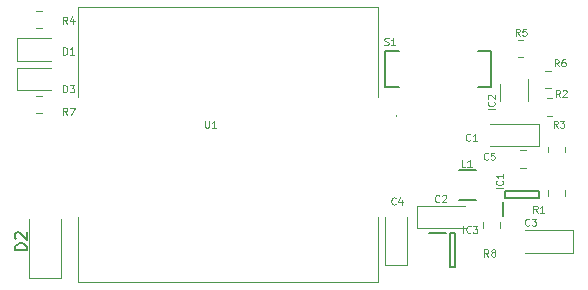
<source format=gbr>
%TF.GenerationSoftware,KiCad,Pcbnew,(6.0.2)*%
%TF.CreationDate,2023-05-04T12:33:09+02:00*%
%TF.ProjectId,ArduBatt,41726475-4261-4747-942e-6b696361645f,rev?*%
%TF.SameCoordinates,Original*%
%TF.FileFunction,Legend,Top*%
%TF.FilePolarity,Positive*%
%FSLAX46Y46*%
G04 Gerber Fmt 4.6, Leading zero omitted, Abs format (unit mm)*
G04 Created by KiCad (PCBNEW (6.0.2)) date 2023-05-04 12:33:09*
%MOMM*%
%LPD*%
G01*
G04 APERTURE LIST*
%ADD10C,0.120000*%
%ADD11C,0.150000*%
%ADD12C,0.200000*%
%ADD13C,0.071590*%
%ADD14C,0.152400*%
%ADD15C,0.100000*%
G04 APERTURE END LIST*
D10*
%TO.C,C5*%
X146000000Y-79014285D02*
X145971428Y-79042857D01*
X145885714Y-79071428D01*
X145828571Y-79071428D01*
X145742857Y-79042857D01*
X145685714Y-78985714D01*
X145657142Y-78928571D01*
X145628571Y-78814285D01*
X145628571Y-78728571D01*
X145657142Y-78614285D01*
X145685714Y-78557142D01*
X145742857Y-78500000D01*
X145828571Y-78471428D01*
X145885714Y-78471428D01*
X145971428Y-78500000D01*
X146000000Y-78528571D01*
X146542857Y-78471428D02*
X146257142Y-78471428D01*
X146228571Y-78757142D01*
X146257142Y-78728571D01*
X146314285Y-78700000D01*
X146457142Y-78700000D01*
X146514285Y-78728571D01*
X146542857Y-78757142D01*
X146571428Y-78814285D01*
X146571428Y-78957142D01*
X146542857Y-79014285D01*
X146514285Y-79042857D01*
X146457142Y-79071428D01*
X146314285Y-79071428D01*
X146257142Y-79042857D01*
X146228571Y-79014285D01*
D11*
%TO.C,D2*%
X106952380Y-86738095D02*
X105952380Y-86738095D01*
X105952380Y-86500000D01*
X106000000Y-86357142D01*
X106095238Y-86261904D01*
X106190476Y-86214285D01*
X106380952Y-86166666D01*
X106523809Y-86166666D01*
X106714285Y-86214285D01*
X106809523Y-86261904D01*
X106904761Y-86357142D01*
X106952380Y-86500000D01*
X106952380Y-86738095D01*
X106047619Y-85785714D02*
X106000000Y-85738095D01*
X105952380Y-85642857D01*
X105952380Y-85404761D01*
X106000000Y-85309523D01*
X106047619Y-85261904D01*
X106142857Y-85214285D01*
X106238095Y-85214285D01*
X106380952Y-85261904D01*
X106952380Y-85833333D01*
X106952380Y-85214285D01*
D10*
%TO.C,C4*%
X138200000Y-82814285D02*
X138171428Y-82842857D01*
X138085714Y-82871428D01*
X138028571Y-82871428D01*
X137942857Y-82842857D01*
X137885714Y-82785714D01*
X137857142Y-82728571D01*
X137828571Y-82614285D01*
X137828571Y-82528571D01*
X137857142Y-82414285D01*
X137885714Y-82357142D01*
X137942857Y-82300000D01*
X138028571Y-82271428D01*
X138085714Y-82271428D01*
X138171428Y-82300000D01*
X138200000Y-82328571D01*
X138714285Y-82471428D02*
X138714285Y-82871428D01*
X138571428Y-82242857D02*
X138428571Y-82671428D01*
X138800000Y-82671428D01*
%TO.C,D1*%
X110057142Y-70171428D02*
X110057142Y-69571428D01*
X110200000Y-69571428D01*
X110285714Y-69600000D01*
X110342857Y-69657142D01*
X110371428Y-69714285D01*
X110400000Y-69828571D01*
X110400000Y-69914285D01*
X110371428Y-70028571D01*
X110342857Y-70085714D01*
X110285714Y-70142857D01*
X110200000Y-70171428D01*
X110057142Y-70171428D01*
X110971428Y-70171428D02*
X110628571Y-70171428D01*
X110800000Y-70171428D02*
X110800000Y-69571428D01*
X110742857Y-69657142D01*
X110685714Y-69714285D01*
X110628571Y-69742857D01*
%TO.C,R8*%
X146050000Y-87271428D02*
X145850000Y-86985714D01*
X145707142Y-87271428D02*
X145707142Y-86671428D01*
X145935714Y-86671428D01*
X145992857Y-86700000D01*
X146021428Y-86728571D01*
X146050000Y-86785714D01*
X146050000Y-86871428D01*
X146021428Y-86928571D01*
X145992857Y-86957142D01*
X145935714Y-86985714D01*
X145707142Y-86985714D01*
X146392857Y-86928571D02*
X146335714Y-86900000D01*
X146307142Y-86871428D01*
X146278571Y-86814285D01*
X146278571Y-86785714D01*
X146307142Y-86728571D01*
X146335714Y-86700000D01*
X146392857Y-86671428D01*
X146507142Y-86671428D01*
X146564285Y-86700000D01*
X146592857Y-86728571D01*
X146621428Y-86785714D01*
X146621428Y-86814285D01*
X146592857Y-86871428D01*
X146564285Y-86900000D01*
X146507142Y-86928571D01*
X146392857Y-86928571D01*
X146335714Y-86957142D01*
X146307142Y-86985714D01*
X146278571Y-87042857D01*
X146278571Y-87157142D01*
X146307142Y-87214285D01*
X146335714Y-87242857D01*
X146392857Y-87271428D01*
X146507142Y-87271428D01*
X146564285Y-87242857D01*
X146592857Y-87214285D01*
X146621428Y-87157142D01*
X146621428Y-87042857D01*
X146592857Y-86985714D01*
X146564285Y-86957142D01*
X146507142Y-86928571D01*
%TO.C,R4*%
X110400000Y-67571428D02*
X110200000Y-67285714D01*
X110057142Y-67571428D02*
X110057142Y-66971428D01*
X110285714Y-66971428D01*
X110342857Y-67000000D01*
X110371428Y-67028571D01*
X110400000Y-67085714D01*
X110400000Y-67171428D01*
X110371428Y-67228571D01*
X110342857Y-67257142D01*
X110285714Y-67285714D01*
X110057142Y-67285714D01*
X110914285Y-67171428D02*
X110914285Y-67571428D01*
X110771428Y-66942857D02*
X110628571Y-67371428D01*
X111000000Y-67371428D01*
%TO.C,C1*%
X144500000Y-77414285D02*
X144471428Y-77442857D01*
X144385714Y-77471428D01*
X144328571Y-77471428D01*
X144242857Y-77442857D01*
X144185714Y-77385714D01*
X144157142Y-77328571D01*
X144128571Y-77214285D01*
X144128571Y-77128571D01*
X144157142Y-77014285D01*
X144185714Y-76957142D01*
X144242857Y-76900000D01*
X144328571Y-76871428D01*
X144385714Y-76871428D01*
X144471428Y-76900000D01*
X144500000Y-76928571D01*
X145071428Y-77471428D02*
X144728571Y-77471428D01*
X144900000Y-77471428D02*
X144900000Y-76871428D01*
X144842857Y-76957142D01*
X144785714Y-77014285D01*
X144728571Y-77042857D01*
%TO.C,IC3*%
X143914285Y-85271428D02*
X143914285Y-84671428D01*
X144542857Y-85214285D02*
X144514285Y-85242857D01*
X144428571Y-85271428D01*
X144371428Y-85271428D01*
X144285714Y-85242857D01*
X144228571Y-85185714D01*
X144200000Y-85128571D01*
X144171428Y-85014285D01*
X144171428Y-84928571D01*
X144200000Y-84814285D01*
X144228571Y-84757142D01*
X144285714Y-84700000D01*
X144371428Y-84671428D01*
X144428571Y-84671428D01*
X144514285Y-84700000D01*
X144542857Y-84728571D01*
X144742857Y-84671428D02*
X145114285Y-84671428D01*
X144914285Y-84900000D01*
X145000000Y-84900000D01*
X145057142Y-84928571D01*
X145085714Y-84957142D01*
X145114285Y-85014285D01*
X145114285Y-85157142D01*
X145085714Y-85214285D01*
X145057142Y-85242857D01*
X145000000Y-85271428D01*
X144828571Y-85271428D01*
X144771428Y-85242857D01*
X144742857Y-85214285D01*
%TO.C,R6*%
X152000000Y-71171428D02*
X151800000Y-70885714D01*
X151657142Y-71171428D02*
X151657142Y-70571428D01*
X151885714Y-70571428D01*
X151942857Y-70600000D01*
X151971428Y-70628571D01*
X152000000Y-70685714D01*
X152000000Y-70771428D01*
X151971428Y-70828571D01*
X151942857Y-70857142D01*
X151885714Y-70885714D01*
X151657142Y-70885714D01*
X152514285Y-70571428D02*
X152400000Y-70571428D01*
X152342857Y-70600000D01*
X152314285Y-70628571D01*
X152257142Y-70714285D01*
X152228571Y-70828571D01*
X152228571Y-71057142D01*
X152257142Y-71114285D01*
X152285714Y-71142857D01*
X152342857Y-71171428D01*
X152457142Y-71171428D01*
X152514285Y-71142857D01*
X152542857Y-71114285D01*
X152571428Y-71057142D01*
X152571428Y-70914285D01*
X152542857Y-70857142D01*
X152514285Y-70828571D01*
X152457142Y-70800000D01*
X152342857Y-70800000D01*
X152285714Y-70828571D01*
X152257142Y-70857142D01*
X152228571Y-70914285D01*
%TO.C,C2*%
X141900000Y-82614285D02*
X141871428Y-82642857D01*
X141785714Y-82671428D01*
X141728571Y-82671428D01*
X141642857Y-82642857D01*
X141585714Y-82585714D01*
X141557142Y-82528571D01*
X141528571Y-82414285D01*
X141528571Y-82328571D01*
X141557142Y-82214285D01*
X141585714Y-82157142D01*
X141642857Y-82100000D01*
X141728571Y-82071428D01*
X141785714Y-82071428D01*
X141871428Y-82100000D01*
X141900000Y-82128571D01*
X142128571Y-82128571D02*
X142157142Y-82100000D01*
X142214285Y-82071428D01*
X142357142Y-82071428D01*
X142414285Y-82100000D01*
X142442857Y-82128571D01*
X142471428Y-82185714D01*
X142471428Y-82242857D01*
X142442857Y-82328571D01*
X142100000Y-82671428D01*
X142471428Y-82671428D01*
%TO.C,S1*%
X137242857Y-69342857D02*
X137328571Y-69371428D01*
X137471428Y-69371428D01*
X137528571Y-69342857D01*
X137557142Y-69314285D01*
X137585714Y-69257142D01*
X137585714Y-69200000D01*
X137557142Y-69142857D01*
X137528571Y-69114285D01*
X137471428Y-69085714D01*
X137357142Y-69057142D01*
X137300000Y-69028571D01*
X137271428Y-69000000D01*
X137242857Y-68942857D01*
X137242857Y-68885714D01*
X137271428Y-68828571D01*
X137300000Y-68800000D01*
X137357142Y-68771428D01*
X137500000Y-68771428D01*
X137585714Y-68800000D01*
X138157142Y-69371428D02*
X137814285Y-69371428D01*
X137985714Y-69371428D02*
X137985714Y-68771428D01*
X137928571Y-68857142D01*
X137871428Y-68914285D01*
X137814285Y-68942857D01*
%TO.C,IC2*%
X146571428Y-74785714D02*
X145971428Y-74785714D01*
X146514285Y-74157142D02*
X146542857Y-74185714D01*
X146571428Y-74271428D01*
X146571428Y-74328571D01*
X146542857Y-74414285D01*
X146485714Y-74471428D01*
X146428571Y-74500000D01*
X146314285Y-74528571D01*
X146228571Y-74528571D01*
X146114285Y-74500000D01*
X146057142Y-74471428D01*
X146000000Y-74414285D01*
X145971428Y-74328571D01*
X145971428Y-74271428D01*
X146000000Y-74185714D01*
X146028571Y-74157142D01*
X146028571Y-73928571D02*
X146000000Y-73900000D01*
X145971428Y-73842857D01*
X145971428Y-73700000D01*
X146000000Y-73642857D01*
X146028571Y-73614285D01*
X146085714Y-73585714D01*
X146142857Y-73585714D01*
X146228571Y-73614285D01*
X146571428Y-73957142D01*
X146571428Y-73585714D01*
%TO.C,R3*%
X151900000Y-76371428D02*
X151700000Y-76085714D01*
X151557142Y-76371428D02*
X151557142Y-75771428D01*
X151785714Y-75771428D01*
X151842857Y-75800000D01*
X151871428Y-75828571D01*
X151900000Y-75885714D01*
X151900000Y-75971428D01*
X151871428Y-76028571D01*
X151842857Y-76057142D01*
X151785714Y-76085714D01*
X151557142Y-76085714D01*
X152100000Y-75771428D02*
X152471428Y-75771428D01*
X152271428Y-76000000D01*
X152357142Y-76000000D01*
X152414285Y-76028571D01*
X152442857Y-76057142D01*
X152471428Y-76114285D01*
X152471428Y-76257142D01*
X152442857Y-76314285D01*
X152414285Y-76342857D01*
X152357142Y-76371428D01*
X152185714Y-76371428D01*
X152128571Y-76342857D01*
X152100000Y-76314285D01*
%TO.C,IC1*%
X147271428Y-81485714D02*
X146671428Y-81485714D01*
X147214285Y-80857142D02*
X147242857Y-80885714D01*
X147271428Y-80971428D01*
X147271428Y-81028571D01*
X147242857Y-81114285D01*
X147185714Y-81171428D01*
X147128571Y-81200000D01*
X147014285Y-81228571D01*
X146928571Y-81228571D01*
X146814285Y-81200000D01*
X146757142Y-81171428D01*
X146700000Y-81114285D01*
X146671428Y-81028571D01*
X146671428Y-80971428D01*
X146700000Y-80885714D01*
X146728571Y-80857142D01*
X147271428Y-80285714D02*
X147271428Y-80628571D01*
X147271428Y-80457142D02*
X146671428Y-80457142D01*
X146757142Y-80514285D01*
X146814285Y-80571428D01*
X146842857Y-80628571D01*
%TO.C,L1*%
X144100000Y-79671428D02*
X143814285Y-79671428D01*
X143814285Y-79071428D01*
X144614285Y-79671428D02*
X144271428Y-79671428D01*
X144442857Y-79671428D02*
X144442857Y-79071428D01*
X144385714Y-79157142D01*
X144328571Y-79214285D01*
X144271428Y-79242857D01*
%TO.C,U1*%
X122042857Y-75771428D02*
X122042857Y-76257142D01*
X122071428Y-76314285D01*
X122100000Y-76342857D01*
X122157142Y-76371428D01*
X122271428Y-76371428D01*
X122328571Y-76342857D01*
X122357142Y-76314285D01*
X122385714Y-76257142D01*
X122385714Y-75771428D01*
X122985714Y-76371428D02*
X122642857Y-76371428D01*
X122814285Y-76371428D02*
X122814285Y-75771428D01*
X122757142Y-75857142D01*
X122700000Y-75914285D01*
X122642857Y-75942857D01*
%TO.C,C3*%
X149500000Y-84614285D02*
X149471428Y-84642857D01*
X149385714Y-84671428D01*
X149328571Y-84671428D01*
X149242857Y-84642857D01*
X149185714Y-84585714D01*
X149157142Y-84528571D01*
X149128571Y-84414285D01*
X149128571Y-84328571D01*
X149157142Y-84214285D01*
X149185714Y-84157142D01*
X149242857Y-84100000D01*
X149328571Y-84071428D01*
X149385714Y-84071428D01*
X149471428Y-84100000D01*
X149500000Y-84128571D01*
X149700000Y-84071428D02*
X150071428Y-84071428D01*
X149871428Y-84300000D01*
X149957142Y-84300000D01*
X150014285Y-84328571D01*
X150042857Y-84357142D01*
X150071428Y-84414285D01*
X150071428Y-84557142D01*
X150042857Y-84614285D01*
X150014285Y-84642857D01*
X149957142Y-84671428D01*
X149785714Y-84671428D01*
X149728571Y-84642857D01*
X149700000Y-84614285D01*
%TO.C,R2*%
X152100000Y-73771428D02*
X151900000Y-73485714D01*
X151757142Y-73771428D02*
X151757142Y-73171428D01*
X151985714Y-73171428D01*
X152042857Y-73200000D01*
X152071428Y-73228571D01*
X152100000Y-73285714D01*
X152100000Y-73371428D01*
X152071428Y-73428571D01*
X152042857Y-73457142D01*
X151985714Y-73485714D01*
X151757142Y-73485714D01*
X152328571Y-73228571D02*
X152357142Y-73200000D01*
X152414285Y-73171428D01*
X152557142Y-73171428D01*
X152614285Y-73200000D01*
X152642857Y-73228571D01*
X152671428Y-73285714D01*
X152671428Y-73342857D01*
X152642857Y-73428571D01*
X152300000Y-73771428D01*
X152671428Y-73771428D01*
%TO.C,R1*%
X150200000Y-83571428D02*
X150000000Y-83285714D01*
X149857142Y-83571428D02*
X149857142Y-82971428D01*
X150085714Y-82971428D01*
X150142857Y-83000000D01*
X150171428Y-83028571D01*
X150200000Y-83085714D01*
X150200000Y-83171428D01*
X150171428Y-83228571D01*
X150142857Y-83257142D01*
X150085714Y-83285714D01*
X149857142Y-83285714D01*
X150771428Y-83571428D02*
X150428571Y-83571428D01*
X150600000Y-83571428D02*
X150600000Y-82971428D01*
X150542857Y-83057142D01*
X150485714Y-83114285D01*
X150428571Y-83142857D01*
%TO.C,R5*%
X148700000Y-68571428D02*
X148500000Y-68285714D01*
X148357142Y-68571428D02*
X148357142Y-67971428D01*
X148585714Y-67971428D01*
X148642857Y-68000000D01*
X148671428Y-68028571D01*
X148700000Y-68085714D01*
X148700000Y-68171428D01*
X148671428Y-68228571D01*
X148642857Y-68257142D01*
X148585714Y-68285714D01*
X148357142Y-68285714D01*
X149242857Y-67971428D02*
X148957142Y-67971428D01*
X148928571Y-68257142D01*
X148957142Y-68228571D01*
X149014285Y-68200000D01*
X149157142Y-68200000D01*
X149214285Y-68228571D01*
X149242857Y-68257142D01*
X149271428Y-68314285D01*
X149271428Y-68457142D01*
X149242857Y-68514285D01*
X149214285Y-68542857D01*
X149157142Y-68571428D01*
X149014285Y-68571428D01*
X148957142Y-68542857D01*
X148928571Y-68514285D01*
%TO.C,D3*%
X110057142Y-73371428D02*
X110057142Y-72771428D01*
X110200000Y-72771428D01*
X110285714Y-72800000D01*
X110342857Y-72857142D01*
X110371428Y-72914285D01*
X110400000Y-73028571D01*
X110400000Y-73114285D01*
X110371428Y-73228571D01*
X110342857Y-73285714D01*
X110285714Y-73342857D01*
X110200000Y-73371428D01*
X110057142Y-73371428D01*
X110600000Y-72771428D02*
X110971428Y-72771428D01*
X110771428Y-73000000D01*
X110857142Y-73000000D01*
X110914285Y-73028571D01*
X110942857Y-73057142D01*
X110971428Y-73114285D01*
X110971428Y-73257142D01*
X110942857Y-73314285D01*
X110914285Y-73342857D01*
X110857142Y-73371428D01*
X110685714Y-73371428D01*
X110628571Y-73342857D01*
X110600000Y-73314285D01*
%TO.C,R7*%
X110400000Y-75271428D02*
X110200000Y-74985714D01*
X110057142Y-75271428D02*
X110057142Y-74671428D01*
X110285714Y-74671428D01*
X110342857Y-74700000D01*
X110371428Y-74728571D01*
X110400000Y-74785714D01*
X110400000Y-74871428D01*
X110371428Y-74928571D01*
X110342857Y-74957142D01*
X110285714Y-74985714D01*
X110057142Y-74985714D01*
X110600000Y-74671428D02*
X111000000Y-74671428D01*
X110742857Y-75271428D01*
%TO.C,C5*%
X148738748Y-78265000D02*
X149261252Y-78265000D01*
X148738748Y-79735000D02*
X149261252Y-79735000D01*
%TO.C,D2*%
X107140000Y-89080000D02*
X107140000Y-84100000D01*
X109860000Y-89080000D02*
X109860000Y-84100000D01*
X107140000Y-89080000D02*
X109860000Y-89080000D01*
%TO.C,C4*%
X137315000Y-87985000D02*
X139185000Y-87985000D01*
X137315000Y-83900000D02*
X137315000Y-87985000D01*
X139185000Y-87985000D02*
X139185000Y-83900000D01*
%TO.C,D1*%
X109000000Y-68790000D02*
X106140000Y-68790000D01*
X106140000Y-70710000D02*
X109000000Y-70710000D01*
X106140000Y-68790000D02*
X106140000Y-70710000D01*
%TO.C,R8*%
X147035000Y-84372936D02*
X147035000Y-84827064D01*
X145565000Y-84372936D02*
X145565000Y-84827064D01*
%TO.C,R4*%
X108227064Y-67935000D02*
X107772936Y-67935000D01*
X108227064Y-66465000D02*
X107772936Y-66465000D01*
%TO.C,C1*%
X146200000Y-77935000D02*
X150285000Y-77935000D01*
X150285000Y-76065000D02*
X146200000Y-76065000D01*
X150285000Y-77935000D02*
X150285000Y-76065000D01*
D12*
%TO.C,IC3*%
X142800000Y-88200000D02*
X142800000Y-85300000D01*
X141050000Y-85250000D02*
X142450000Y-85250000D01*
X143200000Y-88200000D02*
X142800000Y-88200000D01*
X142800000Y-85300000D02*
X143200000Y-85300000D01*
X143200000Y-85300000D02*
X143200000Y-88200000D01*
D10*
%TO.C,R6*%
X150872936Y-73035000D02*
X151327064Y-73035000D01*
X150872936Y-71565000D02*
X151327064Y-71565000D01*
%TO.C,C2*%
X144100000Y-82965000D02*
X140015000Y-82965000D01*
X140015000Y-82965000D02*
X140015000Y-84835000D01*
X140015000Y-84835000D02*
X144100000Y-84835000D01*
D12*
%TO.C,S1*%
X146300000Y-69900000D02*
X145123000Y-69900000D01*
D13*
X138186000Y-75368000D02*
X138186000Y-75368000D01*
D12*
X146300000Y-72900000D02*
X145123000Y-72900000D01*
X137300000Y-69900000D02*
X138477000Y-69900000D01*
X146300000Y-72900000D02*
X146300000Y-69900000D01*
D13*
X138258000Y-75368000D02*
X138258000Y-75368000D01*
D12*
X137300000Y-72900000D02*
X138477000Y-72900000D01*
X137300000Y-69900000D02*
X137300000Y-72900000D01*
D13*
X138258000Y-75368000D02*
G75*
G03*
X138186000Y-75368000I-36000J0D01*
G01*
X138186000Y-75368000D02*
G75*
G03*
X138258000Y-75368000I36000J0D01*
G01*
D10*
%TO.C,IC2*%
X147040000Y-72700000D02*
X147040000Y-74100000D01*
X149360000Y-74100000D02*
X149360000Y-72200000D01*
%TO.C,R3*%
X151065000Y-78427064D02*
X151065000Y-77972936D01*
X152535000Y-78427064D02*
X152535000Y-77972936D01*
D12*
%TO.C,IC1*%
X147450000Y-81700000D02*
X150350000Y-81700000D01*
X147450000Y-82300000D02*
X147450000Y-81700000D01*
X147300000Y-83850000D02*
X147300000Y-82650000D01*
X150350000Y-81700000D02*
X150350000Y-82300000D01*
X150350000Y-82300000D02*
X147450000Y-82300000D01*
D14*
%TO.C,L1*%
X145011200Y-79955400D02*
X143588800Y-79955400D01*
X143588800Y-82444600D02*
X145011200Y-82444600D01*
D15*
%TO.C,U1*%
X111300000Y-66150000D02*
X136700000Y-66150000D01*
X136700000Y-83930000D02*
X136700000Y-89470000D01*
X111300000Y-89470000D02*
X111300000Y-83930000D01*
X136700000Y-66150000D02*
X136700000Y-73770000D01*
X111300000Y-73770000D02*
X111300000Y-66150000D01*
X136700000Y-89470000D02*
X111300000Y-89470000D01*
D10*
%TO.C,C3*%
X153235000Y-86935000D02*
X153235000Y-85065000D01*
X153235000Y-85065000D02*
X149150000Y-85065000D01*
X149150000Y-86935000D02*
X153235000Y-86935000D01*
%TO.C,R2*%
X151427064Y-75335000D02*
X150972936Y-75335000D01*
X151427064Y-73865000D02*
X150972936Y-73865000D01*
%TO.C,R1*%
X152535000Y-82127064D02*
X152535000Y-81672936D01*
X151065000Y-82127064D02*
X151065000Y-81672936D01*
%TO.C,R5*%
X148995814Y-70416250D02*
X148541686Y-70416250D01*
X148995814Y-68946250D02*
X148541686Y-68946250D01*
%TO.C,D3*%
X106140000Y-71290000D02*
X106140000Y-73210000D01*
X106140000Y-73210000D02*
X109000000Y-73210000D01*
X109000000Y-71290000D02*
X106140000Y-71290000D01*
%TO.C,R7*%
X108227064Y-75135000D02*
X107772936Y-75135000D01*
X108227064Y-73665000D02*
X107772936Y-73665000D01*
%TD*%
M02*

</source>
